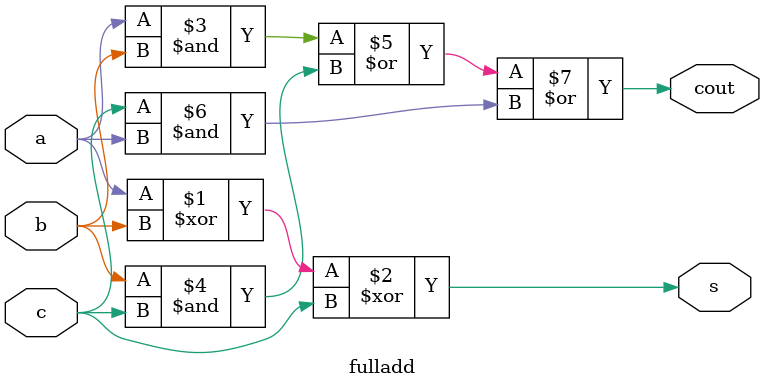
<source format=v>
module paralleladd(
input [3:0]A,
input [3:0]B,
input Cin,
output [3:0]S,
output Cout
    );
    wire w1,w2,w3;
    fulladd f1(S[0],w1,A[0],B[0],Cin);
     fulladd f2(S[1],w2,A[1],B[1],w1);
      fulladd f3(S[2],w3,A[2],B[2],w2);
       fulladd f4(S[3],Cout,A[3],B[3],w3);
endmodule

 module fulladd(s,cout,a,b,c);
       input a,b,c;
       output s,cout;
       assign s=a^b^c;
       assign cout=(a&b|b&c|c&a);
       endmodule

</source>
